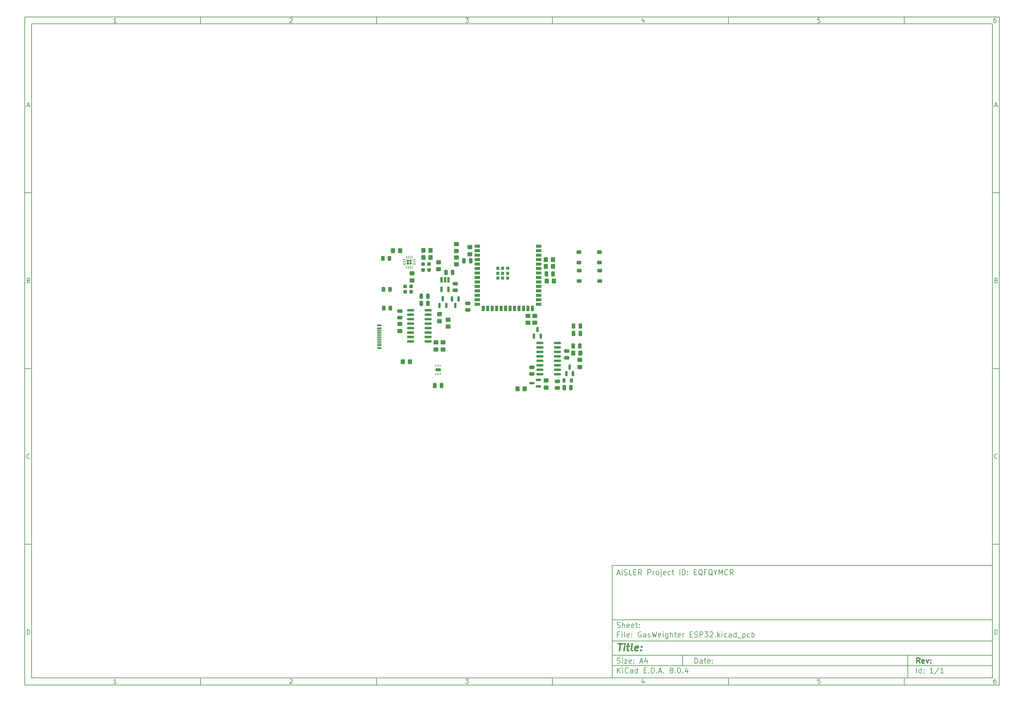
<source format=gbr>
%TF.GenerationSoftware,KiCad,Pcbnew,8.0.4*%
%TF.CreationDate,2024-08-29T22:36:47+02:00*%
%TF.ProjectId,GasWeighter ESP32,47617357-6569-4676-9874-657220455350,rev?*%
%TF.SameCoordinates,Original*%
%TF.FileFunction,Paste,Top*%
%TF.FilePolarity,Positive*%
%FSLAX46Y46*%
G04 Gerber Fmt 4.6, Leading zero omitted, Abs format (unit mm)*
G04 Created by KiCad (PCBNEW 8.0.4) date 2024-08-29 22:36:47*
%MOMM*%
%LPD*%
G01*
G04 APERTURE LIST*
G04 Aperture macros list*
%AMRoundRect*
0 Rectangle with rounded corners*
0 $1 Rounding radius*
0 $2 $3 $4 $5 $6 $7 $8 $9 X,Y pos of 4 corners*
0 Add a 4 corners polygon primitive as box body*
4,1,4,$2,$3,$4,$5,$6,$7,$8,$9,$2,$3,0*
0 Add four circle primitives for the rounded corners*
1,1,$1+$1,$2,$3*
1,1,$1+$1,$4,$5*
1,1,$1+$1,$6,$7*
1,1,$1+$1,$8,$9*
0 Add four rect primitives between the rounded corners*
20,1,$1+$1,$2,$3,$4,$5,0*
20,1,$1+$1,$4,$5,$6,$7,0*
20,1,$1+$1,$6,$7,$8,$9,0*
20,1,$1+$1,$8,$9,$2,$3,0*%
%AMFreePoly0*
4,1,6,0.450000,-0.800000,-0.450000,-0.800000,-0.450000,0.530000,-0.180000,0.800000,0.450000,0.800000,0.450000,-0.800000,0.450000,-0.800000,$1*%
G04 Aperture macros list end*
%ADD10C,0.100000*%
%ADD11C,0.150000*%
%ADD12C,0.300000*%
%ADD13C,0.400000*%
%ADD14RoundRect,0.250000X-0.250000X-0.475000X0.250000X-0.475000X0.250000X0.475000X-0.250000X0.475000X0*%
%ADD15RoundRect,0.237500X0.237500X-0.300000X0.237500X0.300000X-0.237500X0.300000X-0.237500X-0.300000X0*%
%ADD16RoundRect,0.250000X0.250000X0.475000X-0.250000X0.475000X-0.250000X-0.475000X0.250000X-0.475000X0*%
%ADD17RoundRect,0.250000X0.350000X0.450000X-0.350000X0.450000X-0.350000X-0.450000X0.350000X-0.450000X0*%
%ADD18RoundRect,0.150000X0.150000X-0.587500X0.150000X0.587500X-0.150000X0.587500X-0.150000X-0.587500X0*%
%ADD19RoundRect,0.250000X0.475000X-0.250000X0.475000X0.250000X-0.475000X0.250000X-0.475000X-0.250000X0*%
%ADD20RoundRect,0.150000X-0.150000X0.587500X-0.150000X-0.587500X0.150000X-0.587500X0.150000X0.587500X0*%
%ADD21RoundRect,0.150000X0.587500X0.150000X-0.587500X0.150000X-0.587500X-0.150000X0.587500X-0.150000X0*%
%ADD22RoundRect,0.250000X0.450000X-0.350000X0.450000X0.350000X-0.450000X0.350000X-0.450000X-0.350000X0*%
%ADD23FreePoly0,270.000000*%
%ADD24R,0.250000X0.550000*%
%ADD25RoundRect,0.150000X0.850000X0.150000X-0.850000X0.150000X-0.850000X-0.150000X0.850000X-0.150000X0*%
%ADD26RoundRect,0.243750X0.243750X0.456250X-0.243750X0.456250X-0.243750X-0.456250X0.243750X-0.456250X0*%
%ADD27RoundRect,0.250000X-0.450000X0.350000X-0.450000X-0.350000X0.450000X-0.350000X0.450000X0.350000X0*%
%ADD28RoundRect,0.275000X-0.400000X-0.275000X0.400000X-0.275000X0.400000X0.275000X-0.400000X0.275000X0*%
%ADD29RoundRect,0.250000X-0.350000X-0.450000X0.350000X-0.450000X0.350000X0.450000X-0.350000X0.450000X0*%
%ADD30RoundRect,0.160000X-0.160000X0.160000X-0.160000X-0.160000X0.160000X-0.160000X0.160000X0.160000X0*%
%ADD31RoundRect,0.062500X-0.062500X0.375000X-0.062500X-0.375000X0.062500X-0.375000X0.062500X0.375000X0*%
%ADD32RoundRect,0.062500X-0.375000X0.062500X-0.375000X-0.062500X0.375000X-0.062500X0.375000X0.062500X0*%
%ADD33RoundRect,0.150000X-0.825000X-0.150000X0.825000X-0.150000X0.825000X0.150000X-0.825000X0.150000X0*%
%ADD34RoundRect,0.237500X-0.300000X-0.237500X0.300000X-0.237500X0.300000X0.237500X-0.300000X0.237500X0*%
%ADD35R,1.160000X0.600000*%
%ADD36R,1.160000X0.300000*%
%ADD37R,0.900000X0.900000*%
%ADD38R,1.500000X0.900000*%
%ADD39R,0.900000X1.500000*%
%ADD40R,0.650000X1.560000*%
%ADD41RoundRect,0.250000X-0.475000X0.250000X-0.475000X-0.250000X0.475000X-0.250000X0.475000X0.250000X0*%
%ADD42RoundRect,0.218750X0.218750X0.381250X-0.218750X0.381250X-0.218750X-0.381250X0.218750X-0.381250X0*%
G04 APERTURE END LIST*
D10*
D11*
X177002200Y-166007200D02*
X285002200Y-166007200D01*
X285002200Y-198007200D01*
X177002200Y-198007200D01*
X177002200Y-166007200D01*
D10*
D11*
X10000000Y-10000000D02*
X287002200Y-10000000D01*
X287002200Y-200007200D01*
X10000000Y-200007200D01*
X10000000Y-10000000D01*
D10*
D11*
X12000000Y-12000000D02*
X285002200Y-12000000D01*
X285002200Y-198007200D01*
X12000000Y-198007200D01*
X12000000Y-12000000D01*
D10*
D11*
X60000000Y-12000000D02*
X60000000Y-10000000D01*
D10*
D11*
X110000000Y-12000000D02*
X110000000Y-10000000D01*
D10*
D11*
X160000000Y-12000000D02*
X160000000Y-10000000D01*
D10*
D11*
X210000000Y-12000000D02*
X210000000Y-10000000D01*
D10*
D11*
X260000000Y-12000000D02*
X260000000Y-10000000D01*
D10*
D11*
X36089160Y-11593604D02*
X35346303Y-11593604D01*
X35717731Y-11593604D02*
X35717731Y-10293604D01*
X35717731Y-10293604D02*
X35593922Y-10479319D01*
X35593922Y-10479319D02*
X35470112Y-10603128D01*
X35470112Y-10603128D02*
X35346303Y-10665033D01*
D10*
D11*
X85346303Y-10417414D02*
X85408207Y-10355509D01*
X85408207Y-10355509D02*
X85532017Y-10293604D01*
X85532017Y-10293604D02*
X85841541Y-10293604D01*
X85841541Y-10293604D02*
X85965350Y-10355509D01*
X85965350Y-10355509D02*
X86027255Y-10417414D01*
X86027255Y-10417414D02*
X86089160Y-10541223D01*
X86089160Y-10541223D02*
X86089160Y-10665033D01*
X86089160Y-10665033D02*
X86027255Y-10850747D01*
X86027255Y-10850747D02*
X85284398Y-11593604D01*
X85284398Y-11593604D02*
X86089160Y-11593604D01*
D10*
D11*
X135284398Y-10293604D02*
X136089160Y-10293604D01*
X136089160Y-10293604D02*
X135655826Y-10788842D01*
X135655826Y-10788842D02*
X135841541Y-10788842D01*
X135841541Y-10788842D02*
X135965350Y-10850747D01*
X135965350Y-10850747D02*
X136027255Y-10912652D01*
X136027255Y-10912652D02*
X136089160Y-11036461D01*
X136089160Y-11036461D02*
X136089160Y-11345985D01*
X136089160Y-11345985D02*
X136027255Y-11469795D01*
X136027255Y-11469795D02*
X135965350Y-11531700D01*
X135965350Y-11531700D02*
X135841541Y-11593604D01*
X135841541Y-11593604D02*
X135470112Y-11593604D01*
X135470112Y-11593604D02*
X135346303Y-11531700D01*
X135346303Y-11531700D02*
X135284398Y-11469795D01*
D10*
D11*
X185965350Y-10726938D02*
X185965350Y-11593604D01*
X185655826Y-10231700D02*
X185346303Y-11160271D01*
X185346303Y-11160271D02*
X186151064Y-11160271D01*
D10*
D11*
X236027255Y-10293604D02*
X235408207Y-10293604D01*
X235408207Y-10293604D02*
X235346303Y-10912652D01*
X235346303Y-10912652D02*
X235408207Y-10850747D01*
X235408207Y-10850747D02*
X235532017Y-10788842D01*
X235532017Y-10788842D02*
X235841541Y-10788842D01*
X235841541Y-10788842D02*
X235965350Y-10850747D01*
X235965350Y-10850747D02*
X236027255Y-10912652D01*
X236027255Y-10912652D02*
X236089160Y-11036461D01*
X236089160Y-11036461D02*
X236089160Y-11345985D01*
X236089160Y-11345985D02*
X236027255Y-11469795D01*
X236027255Y-11469795D02*
X235965350Y-11531700D01*
X235965350Y-11531700D02*
X235841541Y-11593604D01*
X235841541Y-11593604D02*
X235532017Y-11593604D01*
X235532017Y-11593604D02*
X235408207Y-11531700D01*
X235408207Y-11531700D02*
X235346303Y-11469795D01*
D10*
D11*
X285965350Y-10293604D02*
X285717731Y-10293604D01*
X285717731Y-10293604D02*
X285593922Y-10355509D01*
X285593922Y-10355509D02*
X285532017Y-10417414D01*
X285532017Y-10417414D02*
X285408207Y-10603128D01*
X285408207Y-10603128D02*
X285346303Y-10850747D01*
X285346303Y-10850747D02*
X285346303Y-11345985D01*
X285346303Y-11345985D02*
X285408207Y-11469795D01*
X285408207Y-11469795D02*
X285470112Y-11531700D01*
X285470112Y-11531700D02*
X285593922Y-11593604D01*
X285593922Y-11593604D02*
X285841541Y-11593604D01*
X285841541Y-11593604D02*
X285965350Y-11531700D01*
X285965350Y-11531700D02*
X286027255Y-11469795D01*
X286027255Y-11469795D02*
X286089160Y-11345985D01*
X286089160Y-11345985D02*
X286089160Y-11036461D01*
X286089160Y-11036461D02*
X286027255Y-10912652D01*
X286027255Y-10912652D02*
X285965350Y-10850747D01*
X285965350Y-10850747D02*
X285841541Y-10788842D01*
X285841541Y-10788842D02*
X285593922Y-10788842D01*
X285593922Y-10788842D02*
X285470112Y-10850747D01*
X285470112Y-10850747D02*
X285408207Y-10912652D01*
X285408207Y-10912652D02*
X285346303Y-11036461D01*
D10*
D11*
X60000000Y-198007200D02*
X60000000Y-200007200D01*
D10*
D11*
X110000000Y-198007200D02*
X110000000Y-200007200D01*
D10*
D11*
X160000000Y-198007200D02*
X160000000Y-200007200D01*
D10*
D11*
X210000000Y-198007200D02*
X210000000Y-200007200D01*
D10*
D11*
X260000000Y-198007200D02*
X260000000Y-200007200D01*
D10*
D11*
X36089160Y-199600804D02*
X35346303Y-199600804D01*
X35717731Y-199600804D02*
X35717731Y-198300804D01*
X35717731Y-198300804D02*
X35593922Y-198486519D01*
X35593922Y-198486519D02*
X35470112Y-198610328D01*
X35470112Y-198610328D02*
X35346303Y-198672233D01*
D10*
D11*
X85346303Y-198424614D02*
X85408207Y-198362709D01*
X85408207Y-198362709D02*
X85532017Y-198300804D01*
X85532017Y-198300804D02*
X85841541Y-198300804D01*
X85841541Y-198300804D02*
X85965350Y-198362709D01*
X85965350Y-198362709D02*
X86027255Y-198424614D01*
X86027255Y-198424614D02*
X86089160Y-198548423D01*
X86089160Y-198548423D02*
X86089160Y-198672233D01*
X86089160Y-198672233D02*
X86027255Y-198857947D01*
X86027255Y-198857947D02*
X85284398Y-199600804D01*
X85284398Y-199600804D02*
X86089160Y-199600804D01*
D10*
D11*
X135284398Y-198300804D02*
X136089160Y-198300804D01*
X136089160Y-198300804D02*
X135655826Y-198796042D01*
X135655826Y-198796042D02*
X135841541Y-198796042D01*
X135841541Y-198796042D02*
X135965350Y-198857947D01*
X135965350Y-198857947D02*
X136027255Y-198919852D01*
X136027255Y-198919852D02*
X136089160Y-199043661D01*
X136089160Y-199043661D02*
X136089160Y-199353185D01*
X136089160Y-199353185D02*
X136027255Y-199476995D01*
X136027255Y-199476995D02*
X135965350Y-199538900D01*
X135965350Y-199538900D02*
X135841541Y-199600804D01*
X135841541Y-199600804D02*
X135470112Y-199600804D01*
X135470112Y-199600804D02*
X135346303Y-199538900D01*
X135346303Y-199538900D02*
X135284398Y-199476995D01*
D10*
D11*
X185965350Y-198734138D02*
X185965350Y-199600804D01*
X185655826Y-198238900D02*
X185346303Y-199167471D01*
X185346303Y-199167471D02*
X186151064Y-199167471D01*
D10*
D11*
X236027255Y-198300804D02*
X235408207Y-198300804D01*
X235408207Y-198300804D02*
X235346303Y-198919852D01*
X235346303Y-198919852D02*
X235408207Y-198857947D01*
X235408207Y-198857947D02*
X235532017Y-198796042D01*
X235532017Y-198796042D02*
X235841541Y-198796042D01*
X235841541Y-198796042D02*
X235965350Y-198857947D01*
X235965350Y-198857947D02*
X236027255Y-198919852D01*
X236027255Y-198919852D02*
X236089160Y-199043661D01*
X236089160Y-199043661D02*
X236089160Y-199353185D01*
X236089160Y-199353185D02*
X236027255Y-199476995D01*
X236027255Y-199476995D02*
X235965350Y-199538900D01*
X235965350Y-199538900D02*
X235841541Y-199600804D01*
X235841541Y-199600804D02*
X235532017Y-199600804D01*
X235532017Y-199600804D02*
X235408207Y-199538900D01*
X235408207Y-199538900D02*
X235346303Y-199476995D01*
D10*
D11*
X285965350Y-198300804D02*
X285717731Y-198300804D01*
X285717731Y-198300804D02*
X285593922Y-198362709D01*
X285593922Y-198362709D02*
X285532017Y-198424614D01*
X285532017Y-198424614D02*
X285408207Y-198610328D01*
X285408207Y-198610328D02*
X285346303Y-198857947D01*
X285346303Y-198857947D02*
X285346303Y-199353185D01*
X285346303Y-199353185D02*
X285408207Y-199476995D01*
X285408207Y-199476995D02*
X285470112Y-199538900D01*
X285470112Y-199538900D02*
X285593922Y-199600804D01*
X285593922Y-199600804D02*
X285841541Y-199600804D01*
X285841541Y-199600804D02*
X285965350Y-199538900D01*
X285965350Y-199538900D02*
X286027255Y-199476995D01*
X286027255Y-199476995D02*
X286089160Y-199353185D01*
X286089160Y-199353185D02*
X286089160Y-199043661D01*
X286089160Y-199043661D02*
X286027255Y-198919852D01*
X286027255Y-198919852D02*
X285965350Y-198857947D01*
X285965350Y-198857947D02*
X285841541Y-198796042D01*
X285841541Y-198796042D02*
X285593922Y-198796042D01*
X285593922Y-198796042D02*
X285470112Y-198857947D01*
X285470112Y-198857947D02*
X285408207Y-198919852D01*
X285408207Y-198919852D02*
X285346303Y-199043661D01*
D10*
D11*
X10000000Y-60000000D02*
X12000000Y-60000000D01*
D10*
D11*
X10000000Y-110000000D02*
X12000000Y-110000000D01*
D10*
D11*
X10000000Y-160000000D02*
X12000000Y-160000000D01*
D10*
D11*
X10690476Y-35222176D02*
X11309523Y-35222176D01*
X10566666Y-35593604D02*
X10999999Y-34293604D01*
X10999999Y-34293604D02*
X11433333Y-35593604D01*
D10*
D11*
X11092857Y-84912652D02*
X11278571Y-84974557D01*
X11278571Y-84974557D02*
X11340476Y-85036461D01*
X11340476Y-85036461D02*
X11402380Y-85160271D01*
X11402380Y-85160271D02*
X11402380Y-85345985D01*
X11402380Y-85345985D02*
X11340476Y-85469795D01*
X11340476Y-85469795D02*
X11278571Y-85531700D01*
X11278571Y-85531700D02*
X11154761Y-85593604D01*
X11154761Y-85593604D02*
X10659523Y-85593604D01*
X10659523Y-85593604D02*
X10659523Y-84293604D01*
X10659523Y-84293604D02*
X11092857Y-84293604D01*
X11092857Y-84293604D02*
X11216666Y-84355509D01*
X11216666Y-84355509D02*
X11278571Y-84417414D01*
X11278571Y-84417414D02*
X11340476Y-84541223D01*
X11340476Y-84541223D02*
X11340476Y-84665033D01*
X11340476Y-84665033D02*
X11278571Y-84788842D01*
X11278571Y-84788842D02*
X11216666Y-84850747D01*
X11216666Y-84850747D02*
X11092857Y-84912652D01*
X11092857Y-84912652D02*
X10659523Y-84912652D01*
D10*
D11*
X11402380Y-135469795D02*
X11340476Y-135531700D01*
X11340476Y-135531700D02*
X11154761Y-135593604D01*
X11154761Y-135593604D02*
X11030952Y-135593604D01*
X11030952Y-135593604D02*
X10845238Y-135531700D01*
X10845238Y-135531700D02*
X10721428Y-135407890D01*
X10721428Y-135407890D02*
X10659523Y-135284080D01*
X10659523Y-135284080D02*
X10597619Y-135036461D01*
X10597619Y-135036461D02*
X10597619Y-134850747D01*
X10597619Y-134850747D02*
X10659523Y-134603128D01*
X10659523Y-134603128D02*
X10721428Y-134479319D01*
X10721428Y-134479319D02*
X10845238Y-134355509D01*
X10845238Y-134355509D02*
X11030952Y-134293604D01*
X11030952Y-134293604D02*
X11154761Y-134293604D01*
X11154761Y-134293604D02*
X11340476Y-134355509D01*
X11340476Y-134355509D02*
X11402380Y-134417414D01*
D10*
D11*
X10659523Y-185593604D02*
X10659523Y-184293604D01*
X10659523Y-184293604D02*
X10969047Y-184293604D01*
X10969047Y-184293604D02*
X11154761Y-184355509D01*
X11154761Y-184355509D02*
X11278571Y-184479319D01*
X11278571Y-184479319D02*
X11340476Y-184603128D01*
X11340476Y-184603128D02*
X11402380Y-184850747D01*
X11402380Y-184850747D02*
X11402380Y-185036461D01*
X11402380Y-185036461D02*
X11340476Y-185284080D01*
X11340476Y-185284080D02*
X11278571Y-185407890D01*
X11278571Y-185407890D02*
X11154761Y-185531700D01*
X11154761Y-185531700D02*
X10969047Y-185593604D01*
X10969047Y-185593604D02*
X10659523Y-185593604D01*
D10*
D11*
X287002200Y-60000000D02*
X285002200Y-60000000D01*
D10*
D11*
X287002200Y-110000000D02*
X285002200Y-110000000D01*
D10*
D11*
X287002200Y-160000000D02*
X285002200Y-160000000D01*
D10*
D11*
X285692676Y-35222176D02*
X286311723Y-35222176D01*
X285568866Y-35593604D02*
X286002199Y-34293604D01*
X286002199Y-34293604D02*
X286435533Y-35593604D01*
D10*
D11*
X286095057Y-84912652D02*
X286280771Y-84974557D01*
X286280771Y-84974557D02*
X286342676Y-85036461D01*
X286342676Y-85036461D02*
X286404580Y-85160271D01*
X286404580Y-85160271D02*
X286404580Y-85345985D01*
X286404580Y-85345985D02*
X286342676Y-85469795D01*
X286342676Y-85469795D02*
X286280771Y-85531700D01*
X286280771Y-85531700D02*
X286156961Y-85593604D01*
X286156961Y-85593604D02*
X285661723Y-85593604D01*
X285661723Y-85593604D02*
X285661723Y-84293604D01*
X285661723Y-84293604D02*
X286095057Y-84293604D01*
X286095057Y-84293604D02*
X286218866Y-84355509D01*
X286218866Y-84355509D02*
X286280771Y-84417414D01*
X286280771Y-84417414D02*
X286342676Y-84541223D01*
X286342676Y-84541223D02*
X286342676Y-84665033D01*
X286342676Y-84665033D02*
X286280771Y-84788842D01*
X286280771Y-84788842D02*
X286218866Y-84850747D01*
X286218866Y-84850747D02*
X286095057Y-84912652D01*
X286095057Y-84912652D02*
X285661723Y-84912652D01*
D10*
D11*
X286404580Y-135469795D02*
X286342676Y-135531700D01*
X286342676Y-135531700D02*
X286156961Y-135593604D01*
X286156961Y-135593604D02*
X286033152Y-135593604D01*
X286033152Y-135593604D02*
X285847438Y-135531700D01*
X285847438Y-135531700D02*
X285723628Y-135407890D01*
X285723628Y-135407890D02*
X285661723Y-135284080D01*
X285661723Y-135284080D02*
X285599819Y-135036461D01*
X285599819Y-135036461D02*
X285599819Y-134850747D01*
X285599819Y-134850747D02*
X285661723Y-134603128D01*
X285661723Y-134603128D02*
X285723628Y-134479319D01*
X285723628Y-134479319D02*
X285847438Y-134355509D01*
X285847438Y-134355509D02*
X286033152Y-134293604D01*
X286033152Y-134293604D02*
X286156961Y-134293604D01*
X286156961Y-134293604D02*
X286342676Y-134355509D01*
X286342676Y-134355509D02*
X286404580Y-134417414D01*
D10*
D11*
X285661723Y-185593604D02*
X285661723Y-184293604D01*
X285661723Y-184293604D02*
X285971247Y-184293604D01*
X285971247Y-184293604D02*
X286156961Y-184355509D01*
X286156961Y-184355509D02*
X286280771Y-184479319D01*
X286280771Y-184479319D02*
X286342676Y-184603128D01*
X286342676Y-184603128D02*
X286404580Y-184850747D01*
X286404580Y-184850747D02*
X286404580Y-185036461D01*
X286404580Y-185036461D02*
X286342676Y-185284080D01*
X286342676Y-185284080D02*
X286280771Y-185407890D01*
X286280771Y-185407890D02*
X286156961Y-185531700D01*
X286156961Y-185531700D02*
X285971247Y-185593604D01*
X285971247Y-185593604D02*
X285661723Y-185593604D01*
D10*
D11*
X200458026Y-193793328D02*
X200458026Y-192293328D01*
X200458026Y-192293328D02*
X200815169Y-192293328D01*
X200815169Y-192293328D02*
X201029455Y-192364757D01*
X201029455Y-192364757D02*
X201172312Y-192507614D01*
X201172312Y-192507614D02*
X201243741Y-192650471D01*
X201243741Y-192650471D02*
X201315169Y-192936185D01*
X201315169Y-192936185D02*
X201315169Y-193150471D01*
X201315169Y-193150471D02*
X201243741Y-193436185D01*
X201243741Y-193436185D02*
X201172312Y-193579042D01*
X201172312Y-193579042D02*
X201029455Y-193721900D01*
X201029455Y-193721900D02*
X200815169Y-193793328D01*
X200815169Y-193793328D02*
X200458026Y-193793328D01*
X202600884Y-193793328D02*
X202600884Y-193007614D01*
X202600884Y-193007614D02*
X202529455Y-192864757D01*
X202529455Y-192864757D02*
X202386598Y-192793328D01*
X202386598Y-192793328D02*
X202100884Y-192793328D01*
X202100884Y-192793328D02*
X201958026Y-192864757D01*
X202600884Y-193721900D02*
X202458026Y-193793328D01*
X202458026Y-193793328D02*
X202100884Y-193793328D01*
X202100884Y-193793328D02*
X201958026Y-193721900D01*
X201958026Y-193721900D02*
X201886598Y-193579042D01*
X201886598Y-193579042D02*
X201886598Y-193436185D01*
X201886598Y-193436185D02*
X201958026Y-193293328D01*
X201958026Y-193293328D02*
X202100884Y-193221900D01*
X202100884Y-193221900D02*
X202458026Y-193221900D01*
X202458026Y-193221900D02*
X202600884Y-193150471D01*
X203100884Y-192793328D02*
X203672312Y-192793328D01*
X203315169Y-192293328D02*
X203315169Y-193579042D01*
X203315169Y-193579042D02*
X203386598Y-193721900D01*
X203386598Y-193721900D02*
X203529455Y-193793328D01*
X203529455Y-193793328D02*
X203672312Y-193793328D01*
X204743741Y-193721900D02*
X204600884Y-193793328D01*
X204600884Y-193793328D02*
X204315170Y-193793328D01*
X204315170Y-193793328D02*
X204172312Y-193721900D01*
X204172312Y-193721900D02*
X204100884Y-193579042D01*
X204100884Y-193579042D02*
X204100884Y-193007614D01*
X204100884Y-193007614D02*
X204172312Y-192864757D01*
X204172312Y-192864757D02*
X204315170Y-192793328D01*
X204315170Y-192793328D02*
X204600884Y-192793328D01*
X204600884Y-192793328D02*
X204743741Y-192864757D01*
X204743741Y-192864757D02*
X204815170Y-193007614D01*
X204815170Y-193007614D02*
X204815170Y-193150471D01*
X204815170Y-193150471D02*
X204100884Y-193293328D01*
X205458026Y-193650471D02*
X205529455Y-193721900D01*
X205529455Y-193721900D02*
X205458026Y-193793328D01*
X205458026Y-193793328D02*
X205386598Y-193721900D01*
X205386598Y-193721900D02*
X205458026Y-193650471D01*
X205458026Y-193650471D02*
X205458026Y-193793328D01*
X205458026Y-192864757D02*
X205529455Y-192936185D01*
X205529455Y-192936185D02*
X205458026Y-193007614D01*
X205458026Y-193007614D02*
X205386598Y-192936185D01*
X205386598Y-192936185D02*
X205458026Y-192864757D01*
X205458026Y-192864757D02*
X205458026Y-193007614D01*
D10*
D11*
X177002200Y-194507200D02*
X285002200Y-194507200D01*
D10*
D11*
X178458026Y-196593328D02*
X178458026Y-195093328D01*
X179315169Y-196593328D02*
X178672312Y-195736185D01*
X179315169Y-195093328D02*
X178458026Y-195950471D01*
X179958026Y-196593328D02*
X179958026Y-195593328D01*
X179958026Y-195093328D02*
X179886598Y-195164757D01*
X179886598Y-195164757D02*
X179958026Y-195236185D01*
X179958026Y-195236185D02*
X180029455Y-195164757D01*
X180029455Y-195164757D02*
X179958026Y-195093328D01*
X179958026Y-195093328D02*
X179958026Y-195236185D01*
X181529455Y-196450471D02*
X181458027Y-196521900D01*
X181458027Y-196521900D02*
X181243741Y-196593328D01*
X181243741Y-196593328D02*
X181100884Y-196593328D01*
X181100884Y-196593328D02*
X180886598Y-196521900D01*
X180886598Y-196521900D02*
X180743741Y-196379042D01*
X180743741Y-196379042D02*
X180672312Y-196236185D01*
X180672312Y-196236185D02*
X180600884Y-195950471D01*
X180600884Y-195950471D02*
X180600884Y-195736185D01*
X180600884Y-195736185D02*
X180672312Y-195450471D01*
X180672312Y-195450471D02*
X180743741Y-195307614D01*
X180743741Y-195307614D02*
X180886598Y-195164757D01*
X180886598Y-195164757D02*
X181100884Y-195093328D01*
X181100884Y-195093328D02*
X181243741Y-195093328D01*
X181243741Y-195093328D02*
X181458027Y-195164757D01*
X181458027Y-195164757D02*
X181529455Y-195236185D01*
X182815170Y-196593328D02*
X182815170Y-195807614D01*
X182815170Y-195807614D02*
X182743741Y-195664757D01*
X182743741Y-195664757D02*
X182600884Y-195593328D01*
X182600884Y-195593328D02*
X182315170Y-195593328D01*
X182315170Y-195593328D02*
X182172312Y-195664757D01*
X182815170Y-196521900D02*
X182672312Y-196593328D01*
X182672312Y-196593328D02*
X182315170Y-196593328D01*
X182315170Y-196593328D02*
X182172312Y-196521900D01*
X182172312Y-196521900D02*
X182100884Y-196379042D01*
X182100884Y-196379042D02*
X182100884Y-196236185D01*
X182100884Y-196236185D02*
X182172312Y-196093328D01*
X182172312Y-196093328D02*
X182315170Y-196021900D01*
X182315170Y-196021900D02*
X182672312Y-196021900D01*
X182672312Y-196021900D02*
X182815170Y-195950471D01*
X184172313Y-196593328D02*
X184172313Y-195093328D01*
X184172313Y-196521900D02*
X184029455Y-196593328D01*
X184029455Y-196593328D02*
X183743741Y-196593328D01*
X183743741Y-196593328D02*
X183600884Y-196521900D01*
X183600884Y-196521900D02*
X183529455Y-196450471D01*
X183529455Y-196450471D02*
X183458027Y-196307614D01*
X183458027Y-196307614D02*
X183458027Y-195879042D01*
X183458027Y-195879042D02*
X183529455Y-195736185D01*
X183529455Y-195736185D02*
X183600884Y-195664757D01*
X183600884Y-195664757D02*
X183743741Y-195593328D01*
X183743741Y-195593328D02*
X184029455Y-195593328D01*
X184029455Y-195593328D02*
X184172313Y-195664757D01*
X186029455Y-195807614D02*
X186529455Y-195807614D01*
X186743741Y-196593328D02*
X186029455Y-196593328D01*
X186029455Y-196593328D02*
X186029455Y-195093328D01*
X186029455Y-195093328D02*
X186743741Y-195093328D01*
X187386598Y-196450471D02*
X187458027Y-196521900D01*
X187458027Y-196521900D02*
X187386598Y-196593328D01*
X187386598Y-196593328D02*
X187315170Y-196521900D01*
X187315170Y-196521900D02*
X187386598Y-196450471D01*
X187386598Y-196450471D02*
X187386598Y-196593328D01*
X188100884Y-196593328D02*
X188100884Y-195093328D01*
X188100884Y-195093328D02*
X188458027Y-195093328D01*
X188458027Y-195093328D02*
X188672313Y-195164757D01*
X188672313Y-195164757D02*
X188815170Y-195307614D01*
X188815170Y-195307614D02*
X188886599Y-195450471D01*
X188886599Y-195450471D02*
X188958027Y-195736185D01*
X188958027Y-195736185D02*
X188958027Y-195950471D01*
X188958027Y-195950471D02*
X188886599Y-196236185D01*
X188886599Y-196236185D02*
X188815170Y-196379042D01*
X188815170Y-196379042D02*
X188672313Y-196521900D01*
X188672313Y-196521900D02*
X188458027Y-196593328D01*
X188458027Y-196593328D02*
X188100884Y-196593328D01*
X189600884Y-196450471D02*
X189672313Y-196521900D01*
X189672313Y-196521900D02*
X189600884Y-196593328D01*
X189600884Y-196593328D02*
X189529456Y-196521900D01*
X189529456Y-196521900D02*
X189600884Y-196450471D01*
X189600884Y-196450471D02*
X189600884Y-196593328D01*
X190243742Y-196164757D02*
X190958028Y-196164757D01*
X190100885Y-196593328D02*
X190600885Y-195093328D01*
X190600885Y-195093328D02*
X191100885Y-196593328D01*
X191600884Y-196450471D02*
X191672313Y-196521900D01*
X191672313Y-196521900D02*
X191600884Y-196593328D01*
X191600884Y-196593328D02*
X191529456Y-196521900D01*
X191529456Y-196521900D02*
X191600884Y-196450471D01*
X191600884Y-196450471D02*
X191600884Y-196593328D01*
X193672313Y-195736185D02*
X193529456Y-195664757D01*
X193529456Y-195664757D02*
X193458027Y-195593328D01*
X193458027Y-195593328D02*
X193386599Y-195450471D01*
X193386599Y-195450471D02*
X193386599Y-195379042D01*
X193386599Y-195379042D02*
X193458027Y-195236185D01*
X193458027Y-195236185D02*
X193529456Y-195164757D01*
X193529456Y-195164757D02*
X193672313Y-195093328D01*
X193672313Y-195093328D02*
X193958027Y-195093328D01*
X193958027Y-195093328D02*
X194100885Y-195164757D01*
X194100885Y-195164757D02*
X194172313Y-195236185D01*
X194172313Y-195236185D02*
X194243742Y-195379042D01*
X194243742Y-195379042D02*
X194243742Y-195450471D01*
X194243742Y-195450471D02*
X194172313Y-195593328D01*
X194172313Y-195593328D02*
X194100885Y-195664757D01*
X194100885Y-195664757D02*
X193958027Y-195736185D01*
X193958027Y-195736185D02*
X193672313Y-195736185D01*
X193672313Y-195736185D02*
X193529456Y-195807614D01*
X193529456Y-195807614D02*
X193458027Y-195879042D01*
X193458027Y-195879042D02*
X193386599Y-196021900D01*
X193386599Y-196021900D02*
X193386599Y-196307614D01*
X193386599Y-196307614D02*
X193458027Y-196450471D01*
X193458027Y-196450471D02*
X193529456Y-196521900D01*
X193529456Y-196521900D02*
X193672313Y-196593328D01*
X193672313Y-196593328D02*
X193958027Y-196593328D01*
X193958027Y-196593328D02*
X194100885Y-196521900D01*
X194100885Y-196521900D02*
X194172313Y-196450471D01*
X194172313Y-196450471D02*
X194243742Y-196307614D01*
X194243742Y-196307614D02*
X194243742Y-196021900D01*
X194243742Y-196021900D02*
X194172313Y-195879042D01*
X194172313Y-195879042D02*
X194100885Y-195807614D01*
X194100885Y-195807614D02*
X193958027Y-195736185D01*
X194886598Y-196450471D02*
X194958027Y-196521900D01*
X194958027Y-196521900D02*
X194886598Y-196593328D01*
X194886598Y-196593328D02*
X194815170Y-196521900D01*
X194815170Y-196521900D02*
X194886598Y-196450471D01*
X194886598Y-196450471D02*
X194886598Y-196593328D01*
X195886599Y-195093328D02*
X196029456Y-195093328D01*
X196029456Y-195093328D02*
X196172313Y-195164757D01*
X196172313Y-195164757D02*
X196243742Y-195236185D01*
X196243742Y-195236185D02*
X196315170Y-195379042D01*
X196315170Y-195379042D02*
X196386599Y-195664757D01*
X196386599Y-195664757D02*
X196386599Y-196021900D01*
X196386599Y-196021900D02*
X196315170Y-196307614D01*
X196315170Y-196307614D02*
X196243742Y-196450471D01*
X196243742Y-196450471D02*
X196172313Y-196521900D01*
X196172313Y-196521900D02*
X196029456Y-196593328D01*
X196029456Y-196593328D02*
X195886599Y-196593328D01*
X195886599Y-196593328D02*
X195743742Y-196521900D01*
X195743742Y-196521900D02*
X195672313Y-196450471D01*
X195672313Y-196450471D02*
X195600884Y-196307614D01*
X195600884Y-196307614D02*
X195529456Y-196021900D01*
X195529456Y-196021900D02*
X195529456Y-195664757D01*
X195529456Y-195664757D02*
X195600884Y-195379042D01*
X195600884Y-195379042D02*
X195672313Y-195236185D01*
X195672313Y-195236185D02*
X195743742Y-195164757D01*
X195743742Y-195164757D02*
X195886599Y-195093328D01*
X197029455Y-196450471D02*
X197100884Y-196521900D01*
X197100884Y-196521900D02*
X197029455Y-196593328D01*
X197029455Y-196593328D02*
X196958027Y-196521900D01*
X196958027Y-196521900D02*
X197029455Y-196450471D01*
X197029455Y-196450471D02*
X197029455Y-196593328D01*
X198386599Y-195593328D02*
X198386599Y-196593328D01*
X198029456Y-195021900D02*
X197672313Y-196093328D01*
X197672313Y-196093328D02*
X198600884Y-196093328D01*
D10*
D11*
X177002200Y-191507200D02*
X285002200Y-191507200D01*
D10*
D12*
X264413853Y-193785528D02*
X263913853Y-193071242D01*
X263556710Y-193785528D02*
X263556710Y-192285528D01*
X263556710Y-192285528D02*
X264128139Y-192285528D01*
X264128139Y-192285528D02*
X264270996Y-192356957D01*
X264270996Y-192356957D02*
X264342425Y-192428385D01*
X264342425Y-192428385D02*
X264413853Y-192571242D01*
X264413853Y-192571242D02*
X264413853Y-192785528D01*
X264413853Y-192785528D02*
X264342425Y-192928385D01*
X264342425Y-192928385D02*
X264270996Y-192999814D01*
X264270996Y-192999814D02*
X264128139Y-193071242D01*
X264128139Y-193071242D02*
X263556710Y-193071242D01*
X265628139Y-193714100D02*
X265485282Y-193785528D01*
X265485282Y-193785528D02*
X265199568Y-193785528D01*
X265199568Y-193785528D02*
X265056710Y-193714100D01*
X265056710Y-193714100D02*
X264985282Y-193571242D01*
X264985282Y-193571242D02*
X264985282Y-192999814D01*
X264985282Y-192999814D02*
X265056710Y-192856957D01*
X265056710Y-192856957D02*
X265199568Y-192785528D01*
X265199568Y-192785528D02*
X265485282Y-192785528D01*
X265485282Y-192785528D02*
X265628139Y-192856957D01*
X265628139Y-192856957D02*
X265699568Y-192999814D01*
X265699568Y-192999814D02*
X265699568Y-193142671D01*
X265699568Y-193142671D02*
X264985282Y-193285528D01*
X266199567Y-192785528D02*
X266556710Y-193785528D01*
X266556710Y-193785528D02*
X266913853Y-192785528D01*
X267485281Y-193642671D02*
X267556710Y-193714100D01*
X267556710Y-193714100D02*
X267485281Y-193785528D01*
X267485281Y-193785528D02*
X267413853Y-193714100D01*
X267413853Y-193714100D02*
X267485281Y-193642671D01*
X267485281Y-193642671D02*
X267485281Y-193785528D01*
X267485281Y-192856957D02*
X267556710Y-192928385D01*
X267556710Y-192928385D02*
X267485281Y-192999814D01*
X267485281Y-192999814D02*
X267413853Y-192928385D01*
X267413853Y-192928385D02*
X267485281Y-192856957D01*
X267485281Y-192856957D02*
X267485281Y-192999814D01*
D10*
D11*
X178386598Y-193721900D02*
X178600884Y-193793328D01*
X178600884Y-193793328D02*
X178958026Y-193793328D01*
X178958026Y-193793328D02*
X179100884Y-193721900D01*
X179100884Y-193721900D02*
X179172312Y-193650471D01*
X179172312Y-193650471D02*
X179243741Y-193507614D01*
X179243741Y-193507614D02*
X179243741Y-193364757D01*
X179243741Y-193364757D02*
X179172312Y-193221900D01*
X179172312Y-193221900D02*
X179100884Y-193150471D01*
X179100884Y-193150471D02*
X178958026Y-193079042D01*
X178958026Y-193079042D02*
X178672312Y-193007614D01*
X178672312Y-193007614D02*
X178529455Y-192936185D01*
X178529455Y-192936185D02*
X178458026Y-192864757D01*
X178458026Y-192864757D02*
X178386598Y-192721900D01*
X178386598Y-192721900D02*
X178386598Y-192579042D01*
X178386598Y-192579042D02*
X178458026Y-192436185D01*
X178458026Y-192436185D02*
X178529455Y-192364757D01*
X178529455Y-192364757D02*
X178672312Y-192293328D01*
X178672312Y-192293328D02*
X179029455Y-192293328D01*
X179029455Y-192293328D02*
X179243741Y-192364757D01*
X179886597Y-193793328D02*
X179886597Y-192793328D01*
X179886597Y-192293328D02*
X179815169Y-192364757D01*
X179815169Y-192364757D02*
X179886597Y-192436185D01*
X179886597Y-192436185D02*
X179958026Y-192364757D01*
X179958026Y-192364757D02*
X179886597Y-192293328D01*
X179886597Y-192293328D02*
X179886597Y-192436185D01*
X180458026Y-192793328D02*
X181243741Y-192793328D01*
X181243741Y-192793328D02*
X180458026Y-193793328D01*
X180458026Y-193793328D02*
X181243741Y-193793328D01*
X182386598Y-193721900D02*
X182243741Y-193793328D01*
X182243741Y-193793328D02*
X181958027Y-193793328D01*
X181958027Y-193793328D02*
X181815169Y-193721900D01*
X181815169Y-193721900D02*
X181743741Y-193579042D01*
X181743741Y-193579042D02*
X181743741Y-193007614D01*
X181743741Y-193007614D02*
X181815169Y-192864757D01*
X181815169Y-192864757D02*
X181958027Y-192793328D01*
X181958027Y-192793328D02*
X182243741Y-192793328D01*
X182243741Y-192793328D02*
X182386598Y-192864757D01*
X182386598Y-192864757D02*
X182458027Y-193007614D01*
X182458027Y-193007614D02*
X182458027Y-193150471D01*
X182458027Y-193150471D02*
X181743741Y-193293328D01*
X183100883Y-193650471D02*
X183172312Y-193721900D01*
X183172312Y-193721900D02*
X183100883Y-193793328D01*
X183100883Y-193793328D02*
X183029455Y-193721900D01*
X183029455Y-193721900D02*
X183100883Y-193650471D01*
X183100883Y-193650471D02*
X183100883Y-193793328D01*
X183100883Y-192864757D02*
X183172312Y-192936185D01*
X183172312Y-192936185D02*
X183100883Y-193007614D01*
X183100883Y-193007614D02*
X183029455Y-192936185D01*
X183029455Y-192936185D02*
X183100883Y-192864757D01*
X183100883Y-192864757D02*
X183100883Y-193007614D01*
X184886598Y-193364757D02*
X185600884Y-193364757D01*
X184743741Y-193793328D02*
X185243741Y-192293328D01*
X185243741Y-192293328D02*
X185743741Y-193793328D01*
X186886598Y-192793328D02*
X186886598Y-193793328D01*
X186529455Y-192221900D02*
X186172312Y-193293328D01*
X186172312Y-193293328D02*
X187100883Y-193293328D01*
D10*
D11*
X263458026Y-196593328D02*
X263458026Y-195093328D01*
X264815170Y-196593328D02*
X264815170Y-195093328D01*
X264815170Y-196521900D02*
X264672312Y-196593328D01*
X264672312Y-196593328D02*
X264386598Y-196593328D01*
X264386598Y-196593328D02*
X264243741Y-196521900D01*
X264243741Y-196521900D02*
X264172312Y-196450471D01*
X264172312Y-196450471D02*
X264100884Y-196307614D01*
X264100884Y-196307614D02*
X264100884Y-195879042D01*
X264100884Y-195879042D02*
X264172312Y-195736185D01*
X264172312Y-195736185D02*
X264243741Y-195664757D01*
X264243741Y-195664757D02*
X264386598Y-195593328D01*
X264386598Y-195593328D02*
X264672312Y-195593328D01*
X264672312Y-195593328D02*
X264815170Y-195664757D01*
X265529455Y-196450471D02*
X265600884Y-196521900D01*
X265600884Y-196521900D02*
X265529455Y-196593328D01*
X265529455Y-196593328D02*
X265458027Y-196521900D01*
X265458027Y-196521900D02*
X265529455Y-196450471D01*
X265529455Y-196450471D02*
X265529455Y-196593328D01*
X265529455Y-195664757D02*
X265600884Y-195736185D01*
X265600884Y-195736185D02*
X265529455Y-195807614D01*
X265529455Y-195807614D02*
X265458027Y-195736185D01*
X265458027Y-195736185D02*
X265529455Y-195664757D01*
X265529455Y-195664757D02*
X265529455Y-195807614D01*
X268172313Y-196593328D02*
X267315170Y-196593328D01*
X267743741Y-196593328D02*
X267743741Y-195093328D01*
X267743741Y-195093328D02*
X267600884Y-195307614D01*
X267600884Y-195307614D02*
X267458027Y-195450471D01*
X267458027Y-195450471D02*
X267315170Y-195521900D01*
X269886598Y-195021900D02*
X268600884Y-196950471D01*
X271172313Y-196593328D02*
X270315170Y-196593328D01*
X270743741Y-196593328D02*
X270743741Y-195093328D01*
X270743741Y-195093328D02*
X270600884Y-195307614D01*
X270600884Y-195307614D02*
X270458027Y-195450471D01*
X270458027Y-195450471D02*
X270315170Y-195521900D01*
D10*
D11*
X177002200Y-187507200D02*
X285002200Y-187507200D01*
D10*
D13*
X178693928Y-188211638D02*
X179836785Y-188211638D01*
X179015357Y-190211638D02*
X179265357Y-188211638D01*
X180253452Y-190211638D02*
X180420119Y-188878304D01*
X180503452Y-188211638D02*
X180396309Y-188306876D01*
X180396309Y-188306876D02*
X180479643Y-188402114D01*
X180479643Y-188402114D02*
X180586786Y-188306876D01*
X180586786Y-188306876D02*
X180503452Y-188211638D01*
X180503452Y-188211638D02*
X180479643Y-188402114D01*
X181086786Y-188878304D02*
X181848690Y-188878304D01*
X181455833Y-188211638D02*
X181241548Y-189925923D01*
X181241548Y-189925923D02*
X181312976Y-190116400D01*
X181312976Y-190116400D02*
X181491548Y-190211638D01*
X181491548Y-190211638D02*
X181682024Y-190211638D01*
X182634405Y-190211638D02*
X182455833Y-190116400D01*
X182455833Y-190116400D02*
X182384405Y-189925923D01*
X182384405Y-189925923D02*
X182598690Y-188211638D01*
X184170119Y-190116400D02*
X183967738Y-190211638D01*
X183967738Y-190211638D02*
X183586785Y-190211638D01*
X183586785Y-190211638D02*
X183408214Y-190116400D01*
X183408214Y-190116400D02*
X183336785Y-189925923D01*
X183336785Y-189925923D02*
X183432024Y-189164019D01*
X183432024Y-189164019D02*
X183551071Y-188973542D01*
X183551071Y-188973542D02*
X183753452Y-188878304D01*
X183753452Y-188878304D02*
X184134404Y-188878304D01*
X184134404Y-188878304D02*
X184312976Y-188973542D01*
X184312976Y-188973542D02*
X184384404Y-189164019D01*
X184384404Y-189164019D02*
X184360595Y-189354495D01*
X184360595Y-189354495D02*
X183384404Y-189544971D01*
X185134405Y-190021161D02*
X185217738Y-190116400D01*
X185217738Y-190116400D02*
X185110595Y-190211638D01*
X185110595Y-190211638D02*
X185027262Y-190116400D01*
X185027262Y-190116400D02*
X185134405Y-190021161D01*
X185134405Y-190021161D02*
X185110595Y-190211638D01*
X185265357Y-188973542D02*
X185348690Y-189068780D01*
X185348690Y-189068780D02*
X185241548Y-189164019D01*
X185241548Y-189164019D02*
X185158214Y-189068780D01*
X185158214Y-189068780D02*
X185265357Y-188973542D01*
X185265357Y-188973542D02*
X185241548Y-189164019D01*
D10*
D11*
X178958026Y-185607614D02*
X178458026Y-185607614D01*
X178458026Y-186393328D02*
X178458026Y-184893328D01*
X178458026Y-184893328D02*
X179172312Y-184893328D01*
X179743740Y-186393328D02*
X179743740Y-185393328D01*
X179743740Y-184893328D02*
X179672312Y-184964757D01*
X179672312Y-184964757D02*
X179743740Y-185036185D01*
X179743740Y-185036185D02*
X179815169Y-184964757D01*
X179815169Y-184964757D02*
X179743740Y-184893328D01*
X179743740Y-184893328D02*
X179743740Y-185036185D01*
X180672312Y-186393328D02*
X180529455Y-186321900D01*
X180529455Y-186321900D02*
X180458026Y-186179042D01*
X180458026Y-186179042D02*
X180458026Y-184893328D01*
X181815169Y-186321900D02*
X181672312Y-186393328D01*
X181672312Y-186393328D02*
X181386598Y-186393328D01*
X181386598Y-186393328D02*
X181243740Y-186321900D01*
X181243740Y-186321900D02*
X181172312Y-186179042D01*
X181172312Y-186179042D02*
X181172312Y-185607614D01*
X181172312Y-185607614D02*
X181243740Y-185464757D01*
X181243740Y-185464757D02*
X181386598Y-185393328D01*
X181386598Y-185393328D02*
X181672312Y-185393328D01*
X181672312Y-185393328D02*
X181815169Y-185464757D01*
X181815169Y-185464757D02*
X181886598Y-185607614D01*
X181886598Y-185607614D02*
X181886598Y-185750471D01*
X181886598Y-185750471D02*
X181172312Y-185893328D01*
X182529454Y-186250471D02*
X182600883Y-186321900D01*
X182600883Y-186321900D02*
X182529454Y-186393328D01*
X182529454Y-186393328D02*
X182458026Y-186321900D01*
X182458026Y-186321900D02*
X182529454Y-186250471D01*
X182529454Y-186250471D02*
X182529454Y-186393328D01*
X182529454Y-185464757D02*
X182600883Y-185536185D01*
X182600883Y-185536185D02*
X182529454Y-185607614D01*
X182529454Y-185607614D02*
X182458026Y-185536185D01*
X182458026Y-185536185D02*
X182529454Y-185464757D01*
X182529454Y-185464757D02*
X182529454Y-185607614D01*
X185172312Y-184964757D02*
X185029455Y-184893328D01*
X185029455Y-184893328D02*
X184815169Y-184893328D01*
X184815169Y-184893328D02*
X184600883Y-184964757D01*
X184600883Y-184964757D02*
X184458026Y-185107614D01*
X184458026Y-185107614D02*
X184386597Y-185250471D01*
X184386597Y-185250471D02*
X184315169Y-185536185D01*
X184315169Y-185536185D02*
X184315169Y-185750471D01*
X184315169Y-185750471D02*
X184386597Y-186036185D01*
X184386597Y-186036185D02*
X184458026Y-186179042D01*
X184458026Y-186179042D02*
X184600883Y-186321900D01*
X184600883Y-186321900D02*
X184815169Y-186393328D01*
X184815169Y-186393328D02*
X184958026Y-186393328D01*
X184958026Y-186393328D02*
X185172312Y-186321900D01*
X185172312Y-186321900D02*
X185243740Y-186250471D01*
X185243740Y-186250471D02*
X185243740Y-185750471D01*
X185243740Y-185750471D02*
X184958026Y-185750471D01*
X186529455Y-186393328D02*
X186529455Y-185607614D01*
X186529455Y-185607614D02*
X186458026Y-185464757D01*
X186458026Y-185464757D02*
X186315169Y-185393328D01*
X186315169Y-185393328D02*
X186029455Y-185393328D01*
X186029455Y-185393328D02*
X185886597Y-185464757D01*
X186529455Y-186321900D02*
X186386597Y-186393328D01*
X186386597Y-186393328D02*
X186029455Y-186393328D01*
X186029455Y-186393328D02*
X185886597Y-186321900D01*
X185886597Y-186321900D02*
X185815169Y-186179042D01*
X185815169Y-186179042D02*
X185815169Y-186036185D01*
X185815169Y-186036185D02*
X185886597Y-185893328D01*
X185886597Y-185893328D02*
X186029455Y-185821900D01*
X186029455Y-185821900D02*
X186386597Y-185821900D01*
X186386597Y-185821900D02*
X186529455Y-185750471D01*
X187172312Y-186321900D02*
X187315169Y-186393328D01*
X187315169Y-186393328D02*
X187600883Y-186393328D01*
X187600883Y-186393328D02*
X187743740Y-186321900D01*
X187743740Y-186321900D02*
X187815169Y-186179042D01*
X187815169Y-186179042D02*
X187815169Y-186107614D01*
X187815169Y-186107614D02*
X187743740Y-185964757D01*
X187743740Y-185964757D02*
X187600883Y-185893328D01*
X187600883Y-185893328D02*
X187386598Y-185893328D01*
X187386598Y-185893328D02*
X187243740Y-185821900D01*
X187243740Y-185821900D02*
X187172312Y-185679042D01*
X187172312Y-185679042D02*
X187172312Y-185607614D01*
X187172312Y-185607614D02*
X187243740Y-185464757D01*
X187243740Y-185464757D02*
X187386598Y-185393328D01*
X187386598Y-185393328D02*
X187600883Y-185393328D01*
X187600883Y-185393328D02*
X187743740Y-185464757D01*
X188315169Y-184893328D02*
X188672312Y-186393328D01*
X188672312Y-186393328D02*
X188958026Y-185321900D01*
X188958026Y-185321900D02*
X189243741Y-186393328D01*
X189243741Y-186393328D02*
X189600884Y-184893328D01*
X190743741Y-186321900D02*
X190600884Y-186393328D01*
X190600884Y-186393328D02*
X190315170Y-186393328D01*
X190315170Y-186393328D02*
X190172312Y-186321900D01*
X190172312Y-186321900D02*
X190100884Y-186179042D01*
X190100884Y-186179042D02*
X190100884Y-185607614D01*
X190100884Y-185607614D02*
X190172312Y-185464757D01*
X190172312Y-185464757D02*
X190315170Y-185393328D01*
X190315170Y-185393328D02*
X190600884Y-185393328D01*
X190600884Y-185393328D02*
X190743741Y-185464757D01*
X190743741Y-185464757D02*
X190815170Y-185607614D01*
X190815170Y-185607614D02*
X190815170Y-185750471D01*
X190815170Y-185750471D02*
X190100884Y-185893328D01*
X191458026Y-186393328D02*
X191458026Y-185393328D01*
X191458026Y-184893328D02*
X191386598Y-184964757D01*
X191386598Y-184964757D02*
X191458026Y-185036185D01*
X191458026Y-185036185D02*
X191529455Y-184964757D01*
X191529455Y-184964757D02*
X191458026Y-184893328D01*
X191458026Y-184893328D02*
X191458026Y-185036185D01*
X192815170Y-185393328D02*
X192815170Y-186607614D01*
X192815170Y-186607614D02*
X192743741Y-186750471D01*
X192743741Y-186750471D02*
X192672312Y-186821900D01*
X192672312Y-186821900D02*
X192529455Y-186893328D01*
X192529455Y-186893328D02*
X192315170Y-186893328D01*
X192315170Y-186893328D02*
X192172312Y-186821900D01*
X192815170Y-186321900D02*
X192672312Y-186393328D01*
X192672312Y-186393328D02*
X192386598Y-186393328D01*
X192386598Y-186393328D02*
X192243741Y-186321900D01*
X192243741Y-186321900D02*
X192172312Y-186250471D01*
X192172312Y-186250471D02*
X192100884Y-186107614D01*
X192100884Y-186107614D02*
X192100884Y-185679042D01*
X192100884Y-185679042D02*
X192172312Y-185536185D01*
X192172312Y-185536185D02*
X192243741Y-185464757D01*
X192243741Y-185464757D02*
X192386598Y-185393328D01*
X192386598Y-185393328D02*
X192672312Y-185393328D01*
X192672312Y-185393328D02*
X192815170Y-185464757D01*
X193529455Y-186393328D02*
X193529455Y-184893328D01*
X194172313Y-186393328D02*
X194172313Y-185607614D01*
X194172313Y-185607614D02*
X194100884Y-185464757D01*
X194100884Y-185464757D02*
X193958027Y-185393328D01*
X193958027Y-185393328D02*
X193743741Y-185393328D01*
X193743741Y-185393328D02*
X193600884Y-185464757D01*
X193600884Y-185464757D02*
X193529455Y-185536185D01*
X194672313Y-185393328D02*
X195243741Y-185393328D01*
X194886598Y-184893328D02*
X194886598Y-186179042D01*
X194886598Y-186179042D02*
X194958027Y-186321900D01*
X194958027Y-186321900D02*
X195100884Y-186393328D01*
X195100884Y-186393328D02*
X195243741Y-186393328D01*
X196315170Y-186321900D02*
X196172313Y-186393328D01*
X196172313Y-186393328D02*
X195886599Y-186393328D01*
X195886599Y-186393328D02*
X195743741Y-186321900D01*
X195743741Y-186321900D02*
X195672313Y-186179042D01*
X195672313Y-186179042D02*
X195672313Y-185607614D01*
X195672313Y-185607614D02*
X195743741Y-185464757D01*
X195743741Y-185464757D02*
X195886599Y-185393328D01*
X195886599Y-185393328D02*
X196172313Y-185393328D01*
X196172313Y-185393328D02*
X196315170Y-185464757D01*
X196315170Y-185464757D02*
X196386599Y-185607614D01*
X196386599Y-185607614D02*
X196386599Y-185750471D01*
X196386599Y-185750471D02*
X195672313Y-185893328D01*
X197029455Y-186393328D02*
X197029455Y-185393328D01*
X197029455Y-185679042D02*
X197100884Y-185536185D01*
X197100884Y-185536185D02*
X197172313Y-185464757D01*
X197172313Y-185464757D02*
X197315170Y-185393328D01*
X197315170Y-185393328D02*
X197458027Y-185393328D01*
X199100883Y-185607614D02*
X199600883Y-185607614D01*
X199815169Y-186393328D02*
X199100883Y-186393328D01*
X199100883Y-186393328D02*
X199100883Y-184893328D01*
X199100883Y-184893328D02*
X199815169Y-184893328D01*
X200386598Y-186321900D02*
X200600884Y-186393328D01*
X200600884Y-186393328D02*
X200958026Y-186393328D01*
X200958026Y-186393328D02*
X201100884Y-186321900D01*
X201100884Y-186321900D02*
X201172312Y-186250471D01*
X201172312Y-186250471D02*
X201243741Y-186107614D01*
X201243741Y-186107614D02*
X201243741Y-185964757D01*
X201243741Y-185964757D02*
X201172312Y-185821900D01*
X201172312Y-185821900D02*
X201100884Y-185750471D01*
X201100884Y-185750471D02*
X200958026Y-185679042D01*
X200958026Y-185679042D02*
X200672312Y-185607614D01*
X200672312Y-185607614D02*
X200529455Y-185536185D01*
X200529455Y-185536185D02*
X200458026Y-185464757D01*
X200458026Y-185464757D02*
X200386598Y-185321900D01*
X200386598Y-185321900D02*
X200386598Y-185179042D01*
X200386598Y-185179042D02*
X200458026Y-185036185D01*
X200458026Y-185036185D02*
X200529455Y-184964757D01*
X200529455Y-184964757D02*
X200672312Y-184893328D01*
X200672312Y-184893328D02*
X201029455Y-184893328D01*
X201029455Y-184893328D02*
X201243741Y-184964757D01*
X201886597Y-186393328D02*
X201886597Y-184893328D01*
X201886597Y-184893328D02*
X202458026Y-184893328D01*
X202458026Y-184893328D02*
X202600883Y-184964757D01*
X202600883Y-184964757D02*
X202672312Y-185036185D01*
X202672312Y-185036185D02*
X202743740Y-185179042D01*
X202743740Y-185179042D02*
X202743740Y-185393328D01*
X202743740Y-185393328D02*
X202672312Y-185536185D01*
X202672312Y-185536185D02*
X202600883Y-185607614D01*
X202600883Y-185607614D02*
X202458026Y-185679042D01*
X202458026Y-185679042D02*
X201886597Y-185679042D01*
X203243740Y-184893328D02*
X204172312Y-184893328D01*
X204172312Y-184893328D02*
X203672312Y-185464757D01*
X203672312Y-185464757D02*
X203886597Y-185464757D01*
X203886597Y-185464757D02*
X204029455Y-185536185D01*
X204029455Y-185536185D02*
X204100883Y-185607614D01*
X204100883Y-185607614D02*
X204172312Y-185750471D01*
X204172312Y-185750471D02*
X204172312Y-186107614D01*
X204172312Y-186107614D02*
X204100883Y-186250471D01*
X204100883Y-186250471D02*
X204029455Y-186321900D01*
X204029455Y-186321900D02*
X203886597Y-186393328D01*
X203886597Y-186393328D02*
X203458026Y-186393328D01*
X203458026Y-186393328D02*
X203315169Y-186321900D01*
X203315169Y-186321900D02*
X203243740Y-186250471D01*
X204743740Y-185036185D02*
X204815168Y-184964757D01*
X204815168Y-184964757D02*
X204958026Y-184893328D01*
X204958026Y-184893328D02*
X205315168Y-184893328D01*
X205315168Y-184893328D02*
X205458026Y-184964757D01*
X205458026Y-184964757D02*
X205529454Y-185036185D01*
X205529454Y-185036185D02*
X205600883Y-185179042D01*
X205600883Y-185179042D02*
X205600883Y-185321900D01*
X205600883Y-185321900D02*
X205529454Y-185536185D01*
X205529454Y-185536185D02*
X204672311Y-186393328D01*
X204672311Y-186393328D02*
X205600883Y-186393328D01*
X206243739Y-186250471D02*
X206315168Y-186321900D01*
X206315168Y-186321900D02*
X206243739Y-186393328D01*
X206243739Y-186393328D02*
X206172311Y-186321900D01*
X206172311Y-186321900D02*
X206243739Y-186250471D01*
X206243739Y-186250471D02*
X206243739Y-186393328D01*
X206958025Y-186393328D02*
X206958025Y-184893328D01*
X207100883Y-185821900D02*
X207529454Y-186393328D01*
X207529454Y-185393328D02*
X206958025Y-185964757D01*
X208172311Y-186393328D02*
X208172311Y-185393328D01*
X208172311Y-184893328D02*
X208100883Y-184964757D01*
X208100883Y-184964757D02*
X208172311Y-185036185D01*
X208172311Y-185036185D02*
X208243740Y-184964757D01*
X208243740Y-184964757D02*
X208172311Y-184893328D01*
X208172311Y-184893328D02*
X208172311Y-185036185D01*
X209529455Y-186321900D02*
X209386597Y-186393328D01*
X209386597Y-186393328D02*
X209100883Y-186393328D01*
X209100883Y-186393328D02*
X208958026Y-186321900D01*
X208958026Y-186321900D02*
X208886597Y-186250471D01*
X208886597Y-186250471D02*
X208815169Y-186107614D01*
X208815169Y-186107614D02*
X208815169Y-185679042D01*
X208815169Y-185679042D02*
X208886597Y-185536185D01*
X208886597Y-185536185D02*
X208958026Y-185464757D01*
X208958026Y-185464757D02*
X209100883Y-185393328D01*
X209100883Y-185393328D02*
X209386597Y-185393328D01*
X209386597Y-185393328D02*
X209529455Y-185464757D01*
X210815169Y-186393328D02*
X210815169Y-185607614D01*
X210815169Y-185607614D02*
X210743740Y-185464757D01*
X210743740Y-185464757D02*
X210600883Y-185393328D01*
X210600883Y-185393328D02*
X210315169Y-185393328D01*
X210315169Y-185393328D02*
X210172311Y-185464757D01*
X210815169Y-186321900D02*
X210672311Y-186393328D01*
X210672311Y-186393328D02*
X210315169Y-186393328D01*
X210315169Y-186393328D02*
X210172311Y-186321900D01*
X210172311Y-186321900D02*
X210100883Y-186179042D01*
X210100883Y-186179042D02*
X210100883Y-186036185D01*
X210100883Y-186036185D02*
X210172311Y-185893328D01*
X210172311Y-185893328D02*
X210315169Y-185821900D01*
X210315169Y-185821900D02*
X210672311Y-185821900D01*
X210672311Y-185821900D02*
X210815169Y-185750471D01*
X212172312Y-186393328D02*
X212172312Y-184893328D01*
X212172312Y-186321900D02*
X212029454Y-186393328D01*
X212029454Y-186393328D02*
X211743740Y-186393328D01*
X211743740Y-186393328D02*
X211600883Y-186321900D01*
X211600883Y-186321900D02*
X211529454Y-186250471D01*
X211529454Y-186250471D02*
X211458026Y-186107614D01*
X211458026Y-186107614D02*
X211458026Y-185679042D01*
X211458026Y-185679042D02*
X211529454Y-185536185D01*
X211529454Y-185536185D02*
X211600883Y-185464757D01*
X211600883Y-185464757D02*
X211743740Y-185393328D01*
X211743740Y-185393328D02*
X212029454Y-185393328D01*
X212029454Y-185393328D02*
X212172312Y-185464757D01*
X212529455Y-186536185D02*
X213672312Y-186536185D01*
X214029454Y-185393328D02*
X214029454Y-186893328D01*
X214029454Y-185464757D02*
X214172312Y-185393328D01*
X214172312Y-185393328D02*
X214458026Y-185393328D01*
X214458026Y-185393328D02*
X214600883Y-185464757D01*
X214600883Y-185464757D02*
X214672312Y-185536185D01*
X214672312Y-185536185D02*
X214743740Y-185679042D01*
X214743740Y-185679042D02*
X214743740Y-186107614D01*
X214743740Y-186107614D02*
X214672312Y-186250471D01*
X214672312Y-186250471D02*
X214600883Y-186321900D01*
X214600883Y-186321900D02*
X214458026Y-186393328D01*
X214458026Y-186393328D02*
X214172312Y-186393328D01*
X214172312Y-186393328D02*
X214029454Y-186321900D01*
X216029455Y-186321900D02*
X215886597Y-186393328D01*
X215886597Y-186393328D02*
X215600883Y-186393328D01*
X215600883Y-186393328D02*
X215458026Y-186321900D01*
X215458026Y-186321900D02*
X215386597Y-186250471D01*
X215386597Y-186250471D02*
X215315169Y-186107614D01*
X215315169Y-186107614D02*
X215315169Y-185679042D01*
X215315169Y-185679042D02*
X215386597Y-185536185D01*
X215386597Y-185536185D02*
X215458026Y-185464757D01*
X215458026Y-185464757D02*
X215600883Y-185393328D01*
X215600883Y-185393328D02*
X215886597Y-185393328D01*
X215886597Y-185393328D02*
X216029455Y-185464757D01*
X216672311Y-186393328D02*
X216672311Y-184893328D01*
X216672311Y-185464757D02*
X216815169Y-185393328D01*
X216815169Y-185393328D02*
X217100883Y-185393328D01*
X217100883Y-185393328D02*
X217243740Y-185464757D01*
X217243740Y-185464757D02*
X217315169Y-185536185D01*
X217315169Y-185536185D02*
X217386597Y-185679042D01*
X217386597Y-185679042D02*
X217386597Y-186107614D01*
X217386597Y-186107614D02*
X217315169Y-186250471D01*
X217315169Y-186250471D02*
X217243740Y-186321900D01*
X217243740Y-186321900D02*
X217100883Y-186393328D01*
X217100883Y-186393328D02*
X216815169Y-186393328D01*
X216815169Y-186393328D02*
X216672311Y-186321900D01*
D10*
D11*
X177002200Y-181507200D02*
X285002200Y-181507200D01*
D10*
D11*
X178386598Y-183621900D02*
X178600884Y-183693328D01*
X178600884Y-183693328D02*
X178958026Y-183693328D01*
X178958026Y-183693328D02*
X179100884Y-183621900D01*
X179100884Y-183621900D02*
X179172312Y-183550471D01*
X179172312Y-183550471D02*
X179243741Y-183407614D01*
X179243741Y-183407614D02*
X179243741Y-183264757D01*
X179243741Y-183264757D02*
X179172312Y-183121900D01*
X179172312Y-183121900D02*
X179100884Y-183050471D01*
X179100884Y-183050471D02*
X178958026Y-182979042D01*
X178958026Y-182979042D02*
X178672312Y-182907614D01*
X178672312Y-182907614D02*
X178529455Y-182836185D01*
X178529455Y-182836185D02*
X178458026Y-182764757D01*
X178458026Y-182764757D02*
X178386598Y-182621900D01*
X178386598Y-182621900D02*
X178386598Y-182479042D01*
X178386598Y-182479042D02*
X178458026Y-182336185D01*
X178458026Y-182336185D02*
X178529455Y-182264757D01*
X178529455Y-182264757D02*
X178672312Y-182193328D01*
X178672312Y-182193328D02*
X179029455Y-182193328D01*
X179029455Y-182193328D02*
X179243741Y-182264757D01*
X179886597Y-183693328D02*
X179886597Y-182193328D01*
X180529455Y-183693328D02*
X180529455Y-182907614D01*
X180529455Y-182907614D02*
X180458026Y-182764757D01*
X180458026Y-182764757D02*
X180315169Y-182693328D01*
X180315169Y-182693328D02*
X180100883Y-182693328D01*
X180100883Y-182693328D02*
X179958026Y-182764757D01*
X179958026Y-182764757D02*
X179886597Y-182836185D01*
X181815169Y-183621900D02*
X181672312Y-183693328D01*
X181672312Y-183693328D02*
X181386598Y-183693328D01*
X181386598Y-183693328D02*
X181243740Y-183621900D01*
X181243740Y-183621900D02*
X181172312Y-183479042D01*
X181172312Y-183479042D02*
X181172312Y-182907614D01*
X181172312Y-182907614D02*
X181243740Y-182764757D01*
X181243740Y-182764757D02*
X181386598Y-182693328D01*
X181386598Y-182693328D02*
X181672312Y-182693328D01*
X181672312Y-182693328D02*
X181815169Y-182764757D01*
X181815169Y-182764757D02*
X181886598Y-182907614D01*
X181886598Y-182907614D02*
X181886598Y-183050471D01*
X181886598Y-183050471D02*
X181172312Y-183193328D01*
X183100883Y-183621900D02*
X182958026Y-183693328D01*
X182958026Y-183693328D02*
X182672312Y-183693328D01*
X182672312Y-183693328D02*
X182529454Y-183621900D01*
X182529454Y-183621900D02*
X182458026Y-183479042D01*
X182458026Y-183479042D02*
X182458026Y-182907614D01*
X182458026Y-182907614D02*
X182529454Y-182764757D01*
X182529454Y-182764757D02*
X182672312Y-182693328D01*
X182672312Y-182693328D02*
X182958026Y-182693328D01*
X182958026Y-182693328D02*
X183100883Y-182764757D01*
X183100883Y-182764757D02*
X183172312Y-182907614D01*
X183172312Y-182907614D02*
X183172312Y-183050471D01*
X183172312Y-183050471D02*
X182458026Y-183193328D01*
X183600883Y-182693328D02*
X184172311Y-182693328D01*
X183815168Y-182193328D02*
X183815168Y-183479042D01*
X183815168Y-183479042D02*
X183886597Y-183621900D01*
X183886597Y-183621900D02*
X184029454Y-183693328D01*
X184029454Y-183693328D02*
X184172311Y-183693328D01*
X184672311Y-183550471D02*
X184743740Y-183621900D01*
X184743740Y-183621900D02*
X184672311Y-183693328D01*
X184672311Y-183693328D02*
X184600883Y-183621900D01*
X184600883Y-183621900D02*
X184672311Y-183550471D01*
X184672311Y-183550471D02*
X184672311Y-183693328D01*
X184672311Y-182764757D02*
X184743740Y-182836185D01*
X184743740Y-182836185D02*
X184672311Y-182907614D01*
X184672311Y-182907614D02*
X184600883Y-182836185D01*
X184600883Y-182836185D02*
X184672311Y-182764757D01*
X184672311Y-182764757D02*
X184672311Y-182907614D01*
D10*
D11*
X178386598Y-168264757D02*
X179100884Y-168264757D01*
X178243741Y-168693328D02*
X178743741Y-167193328D01*
X178743741Y-167193328D02*
X179243741Y-168693328D01*
X179743740Y-168693328D02*
X179743740Y-167193328D01*
X180386598Y-168621900D02*
X180600884Y-168693328D01*
X180600884Y-168693328D02*
X180958026Y-168693328D01*
X180958026Y-168693328D02*
X181100884Y-168621900D01*
X181100884Y-168621900D02*
X181172312Y-168550471D01*
X181172312Y-168550471D02*
X181243741Y-168407614D01*
X181243741Y-168407614D02*
X181243741Y-168264757D01*
X181243741Y-168264757D02*
X181172312Y-168121900D01*
X181172312Y-168121900D02*
X181100884Y-168050471D01*
X181100884Y-168050471D02*
X180958026Y-167979042D01*
X180958026Y-167979042D02*
X180672312Y-167907614D01*
X180672312Y-167907614D02*
X180529455Y-167836185D01*
X180529455Y-167836185D02*
X180458026Y-167764757D01*
X180458026Y-167764757D02*
X180386598Y-167621900D01*
X180386598Y-167621900D02*
X180386598Y-167479042D01*
X180386598Y-167479042D02*
X180458026Y-167336185D01*
X180458026Y-167336185D02*
X180529455Y-167264757D01*
X180529455Y-167264757D02*
X180672312Y-167193328D01*
X180672312Y-167193328D02*
X181029455Y-167193328D01*
X181029455Y-167193328D02*
X181243741Y-167264757D01*
X182600883Y-168693328D02*
X181886597Y-168693328D01*
X181886597Y-168693328D02*
X181886597Y-167193328D01*
X183100883Y-167907614D02*
X183600883Y-167907614D01*
X183815169Y-168693328D02*
X183100883Y-168693328D01*
X183100883Y-168693328D02*
X183100883Y-167193328D01*
X183100883Y-167193328D02*
X183815169Y-167193328D01*
X185315169Y-168693328D02*
X184815169Y-167979042D01*
X184458026Y-168693328D02*
X184458026Y-167193328D01*
X184458026Y-167193328D02*
X185029455Y-167193328D01*
X185029455Y-167193328D02*
X185172312Y-167264757D01*
X185172312Y-167264757D02*
X185243741Y-167336185D01*
X185243741Y-167336185D02*
X185315169Y-167479042D01*
X185315169Y-167479042D02*
X185315169Y-167693328D01*
X185315169Y-167693328D02*
X185243741Y-167836185D01*
X185243741Y-167836185D02*
X185172312Y-167907614D01*
X185172312Y-167907614D02*
X185029455Y-167979042D01*
X185029455Y-167979042D02*
X184458026Y-167979042D01*
X187100883Y-168693328D02*
X187100883Y-167193328D01*
X187100883Y-167193328D02*
X187672312Y-167193328D01*
X187672312Y-167193328D02*
X187815169Y-167264757D01*
X187815169Y-167264757D02*
X187886598Y-167336185D01*
X187886598Y-167336185D02*
X187958026Y-167479042D01*
X187958026Y-167479042D02*
X187958026Y-167693328D01*
X187958026Y-167693328D02*
X187886598Y-167836185D01*
X187886598Y-167836185D02*
X187815169Y-167907614D01*
X187815169Y-167907614D02*
X187672312Y-167979042D01*
X187672312Y-167979042D02*
X187100883Y-167979042D01*
X188600883Y-168693328D02*
X188600883Y-167693328D01*
X188600883Y-167979042D02*
X188672312Y-167836185D01*
X188672312Y-167836185D02*
X188743741Y-167764757D01*
X188743741Y-167764757D02*
X188886598Y-167693328D01*
X188886598Y-167693328D02*
X189029455Y-167693328D01*
X189743740Y-168693328D02*
X189600883Y-168621900D01*
X189600883Y-168621900D02*
X189529454Y-168550471D01*
X189529454Y-168550471D02*
X189458026Y-168407614D01*
X189458026Y-168407614D02*
X189458026Y-167979042D01*
X189458026Y-167979042D02*
X189529454Y-167836185D01*
X189529454Y-167836185D02*
X189600883Y-167764757D01*
X189600883Y-167764757D02*
X189743740Y-167693328D01*
X189743740Y-167693328D02*
X189958026Y-167693328D01*
X189958026Y-167693328D02*
X190100883Y-167764757D01*
X190100883Y-167764757D02*
X190172312Y-167836185D01*
X190172312Y-167836185D02*
X190243740Y-167979042D01*
X190243740Y-167979042D02*
X190243740Y-168407614D01*
X190243740Y-168407614D02*
X190172312Y-168550471D01*
X190172312Y-168550471D02*
X190100883Y-168621900D01*
X190100883Y-168621900D02*
X189958026Y-168693328D01*
X189958026Y-168693328D02*
X189743740Y-168693328D01*
X190886597Y-167693328D02*
X190886597Y-168979042D01*
X190886597Y-168979042D02*
X190815169Y-169121900D01*
X190815169Y-169121900D02*
X190672312Y-169193328D01*
X190672312Y-169193328D02*
X190600883Y-169193328D01*
X190886597Y-167193328D02*
X190815169Y-167264757D01*
X190815169Y-167264757D02*
X190886597Y-167336185D01*
X190886597Y-167336185D02*
X190958026Y-167264757D01*
X190958026Y-167264757D02*
X190886597Y-167193328D01*
X190886597Y-167193328D02*
X190886597Y-167336185D01*
X192172312Y-168621900D02*
X192029455Y-168693328D01*
X192029455Y-168693328D02*
X191743741Y-168693328D01*
X191743741Y-168693328D02*
X191600883Y-168621900D01*
X191600883Y-168621900D02*
X191529455Y-168479042D01*
X191529455Y-168479042D02*
X191529455Y-167907614D01*
X191529455Y-167907614D02*
X191600883Y-167764757D01*
X191600883Y-167764757D02*
X191743741Y-167693328D01*
X191743741Y-167693328D02*
X192029455Y-167693328D01*
X192029455Y-167693328D02*
X192172312Y-167764757D01*
X192172312Y-167764757D02*
X192243741Y-167907614D01*
X192243741Y-167907614D02*
X192243741Y-168050471D01*
X192243741Y-168050471D02*
X191529455Y-168193328D01*
X193529455Y-168621900D02*
X193386597Y-168693328D01*
X193386597Y-168693328D02*
X193100883Y-168693328D01*
X193100883Y-168693328D02*
X192958026Y-168621900D01*
X192958026Y-168621900D02*
X192886597Y-168550471D01*
X192886597Y-168550471D02*
X192815169Y-168407614D01*
X192815169Y-168407614D02*
X192815169Y-167979042D01*
X192815169Y-167979042D02*
X192886597Y-167836185D01*
X192886597Y-167836185D02*
X192958026Y-167764757D01*
X192958026Y-167764757D02*
X193100883Y-167693328D01*
X193100883Y-167693328D02*
X193386597Y-167693328D01*
X193386597Y-167693328D02*
X193529455Y-167764757D01*
X193958026Y-167693328D02*
X194529454Y-167693328D01*
X194172311Y-167193328D02*
X194172311Y-168479042D01*
X194172311Y-168479042D02*
X194243740Y-168621900D01*
X194243740Y-168621900D02*
X194386597Y-168693328D01*
X194386597Y-168693328D02*
X194529454Y-168693328D01*
X196172311Y-168693328D02*
X196172311Y-167193328D01*
X196886597Y-168693328D02*
X196886597Y-167193328D01*
X196886597Y-167193328D02*
X197243740Y-167193328D01*
X197243740Y-167193328D02*
X197458026Y-167264757D01*
X197458026Y-167264757D02*
X197600883Y-167407614D01*
X197600883Y-167407614D02*
X197672312Y-167550471D01*
X197672312Y-167550471D02*
X197743740Y-167836185D01*
X197743740Y-167836185D02*
X197743740Y-168050471D01*
X197743740Y-168050471D02*
X197672312Y-168336185D01*
X197672312Y-168336185D02*
X197600883Y-168479042D01*
X197600883Y-168479042D02*
X197458026Y-168621900D01*
X197458026Y-168621900D02*
X197243740Y-168693328D01*
X197243740Y-168693328D02*
X196886597Y-168693328D01*
X198386597Y-168550471D02*
X198458026Y-168621900D01*
X198458026Y-168621900D02*
X198386597Y-168693328D01*
X198386597Y-168693328D02*
X198315169Y-168621900D01*
X198315169Y-168621900D02*
X198386597Y-168550471D01*
X198386597Y-168550471D02*
X198386597Y-168693328D01*
X198386597Y-167764757D02*
X198458026Y-167836185D01*
X198458026Y-167836185D02*
X198386597Y-167907614D01*
X198386597Y-167907614D02*
X198315169Y-167836185D01*
X198315169Y-167836185D02*
X198386597Y-167764757D01*
X198386597Y-167764757D02*
X198386597Y-167907614D01*
X200243740Y-167907614D02*
X200743740Y-167907614D01*
X200958026Y-168693328D02*
X200243740Y-168693328D01*
X200243740Y-168693328D02*
X200243740Y-167193328D01*
X200243740Y-167193328D02*
X200958026Y-167193328D01*
X202600883Y-168836185D02*
X202458026Y-168764757D01*
X202458026Y-168764757D02*
X202315169Y-168621900D01*
X202315169Y-168621900D02*
X202100883Y-168407614D01*
X202100883Y-168407614D02*
X201958026Y-168336185D01*
X201958026Y-168336185D02*
X201815169Y-168336185D01*
X201886598Y-168693328D02*
X201743741Y-168621900D01*
X201743741Y-168621900D02*
X201600883Y-168479042D01*
X201600883Y-168479042D02*
X201529455Y-168193328D01*
X201529455Y-168193328D02*
X201529455Y-167693328D01*
X201529455Y-167693328D02*
X201600883Y-167407614D01*
X201600883Y-167407614D02*
X201743741Y-167264757D01*
X201743741Y-167264757D02*
X201886598Y-167193328D01*
X201886598Y-167193328D02*
X202172312Y-167193328D01*
X202172312Y-167193328D02*
X202315169Y-167264757D01*
X202315169Y-167264757D02*
X202458026Y-167407614D01*
X202458026Y-167407614D02*
X202529455Y-167693328D01*
X202529455Y-167693328D02*
X202529455Y-168193328D01*
X202529455Y-168193328D02*
X202458026Y-168479042D01*
X202458026Y-168479042D02*
X202315169Y-168621900D01*
X202315169Y-168621900D02*
X202172312Y-168693328D01*
X202172312Y-168693328D02*
X201886598Y-168693328D01*
X203672312Y-167907614D02*
X203172312Y-167907614D01*
X203172312Y-168693328D02*
X203172312Y-167193328D01*
X203172312Y-167193328D02*
X203886598Y-167193328D01*
X205458026Y-168836185D02*
X205315169Y-168764757D01*
X205315169Y-168764757D02*
X205172312Y-168621900D01*
X205172312Y-168621900D02*
X204958026Y-168407614D01*
X204958026Y-168407614D02*
X204815169Y-168336185D01*
X204815169Y-168336185D02*
X204672312Y-168336185D01*
X204743741Y-168693328D02*
X204600884Y-168621900D01*
X204600884Y-168621900D02*
X204458026Y-168479042D01*
X204458026Y-168479042D02*
X204386598Y-168193328D01*
X204386598Y-168193328D02*
X204386598Y-167693328D01*
X204386598Y-167693328D02*
X204458026Y-167407614D01*
X204458026Y-167407614D02*
X204600884Y-167264757D01*
X204600884Y-167264757D02*
X204743741Y-167193328D01*
X204743741Y-167193328D02*
X205029455Y-167193328D01*
X205029455Y-167193328D02*
X205172312Y-167264757D01*
X205172312Y-167264757D02*
X205315169Y-167407614D01*
X205315169Y-167407614D02*
X205386598Y-167693328D01*
X205386598Y-167693328D02*
X205386598Y-168193328D01*
X205386598Y-168193328D02*
X205315169Y-168479042D01*
X205315169Y-168479042D02*
X205172312Y-168621900D01*
X205172312Y-168621900D02*
X205029455Y-168693328D01*
X205029455Y-168693328D02*
X204743741Y-168693328D01*
X206315170Y-167979042D02*
X206315170Y-168693328D01*
X205815170Y-167193328D02*
X206315170Y-167979042D01*
X206315170Y-167979042D02*
X206815170Y-167193328D01*
X207315169Y-168693328D02*
X207315169Y-167193328D01*
X207315169Y-167193328D02*
X207815169Y-168264757D01*
X207815169Y-168264757D02*
X208315169Y-167193328D01*
X208315169Y-167193328D02*
X208315169Y-168693328D01*
X209886598Y-168550471D02*
X209815170Y-168621900D01*
X209815170Y-168621900D02*
X209600884Y-168693328D01*
X209600884Y-168693328D02*
X209458027Y-168693328D01*
X209458027Y-168693328D02*
X209243741Y-168621900D01*
X209243741Y-168621900D02*
X209100884Y-168479042D01*
X209100884Y-168479042D02*
X209029455Y-168336185D01*
X209029455Y-168336185D02*
X208958027Y-168050471D01*
X208958027Y-168050471D02*
X208958027Y-167836185D01*
X208958027Y-167836185D02*
X209029455Y-167550471D01*
X209029455Y-167550471D02*
X209100884Y-167407614D01*
X209100884Y-167407614D02*
X209243741Y-167264757D01*
X209243741Y-167264757D02*
X209458027Y-167193328D01*
X209458027Y-167193328D02*
X209600884Y-167193328D01*
X209600884Y-167193328D02*
X209815170Y-167264757D01*
X209815170Y-167264757D02*
X209886598Y-167336185D01*
X211386598Y-168693328D02*
X210886598Y-167979042D01*
X210529455Y-168693328D02*
X210529455Y-167193328D01*
X210529455Y-167193328D02*
X211100884Y-167193328D01*
X211100884Y-167193328D02*
X211243741Y-167264757D01*
X211243741Y-167264757D02*
X211315170Y-167336185D01*
X211315170Y-167336185D02*
X211386598Y-167479042D01*
X211386598Y-167479042D02*
X211386598Y-167693328D01*
X211386598Y-167693328D02*
X211315170Y-167836185D01*
X211315170Y-167836185D02*
X211243741Y-167907614D01*
X211243741Y-167907614D02*
X211100884Y-167979042D01*
X211100884Y-167979042D02*
X210529455Y-167979042D01*
D10*
D11*
X197002200Y-191507200D02*
X197002200Y-194507200D01*
D10*
D11*
X261002200Y-191507200D02*
X261002200Y-198007200D01*
D14*
%TO.C,C13*%
X166000000Y-97900000D03*
X167900000Y-97900000D03*
%TD*%
D15*
%TO.C,C8*%
X123200000Y-82012500D03*
X123200000Y-80287500D03*
%TD*%
D16*
%TO.C,C2*%
X136750000Y-79400000D03*
X134850000Y-79400000D03*
%TD*%
D17*
%TO.C,R6*%
X160350000Y-85100000D03*
X158350000Y-85100000D03*
%TD*%
D18*
%TO.C,Q4*%
X154750000Y-100775000D03*
X156650000Y-100775000D03*
X155700000Y-98900000D03*
%TD*%
D19*
%TO.C,C16*%
X161400000Y-115550000D03*
X161400000Y-113650000D03*
%TD*%
D17*
%TO.C,R21*%
X125300000Y-78400000D03*
X123300000Y-78400000D03*
%TD*%
D20*
%TO.C,Q1*%
X133300000Y-90212500D03*
X131400000Y-90212500D03*
X132350000Y-92087500D03*
%TD*%
D21*
%TO.C,Q5*%
X156000000Y-115100000D03*
X156000000Y-113200000D03*
X154125000Y-114150000D03*
%TD*%
D16*
%TO.C,C9*%
X131600000Y-82650000D03*
X129700000Y-82650000D03*
%TD*%
D22*
%TO.C,R5*%
X136500000Y-77500000D03*
X136500000Y-75500000D03*
%TD*%
D14*
%TO.C,C18*%
X158250000Y-83100000D03*
X160150000Y-83100000D03*
%TD*%
D23*
%TO.C,U4*%
X127500000Y-110325000D03*
D24*
X128250000Y-109150000D03*
X127750000Y-109150000D03*
X127250000Y-109150000D03*
X126750000Y-109150000D03*
X126750000Y-111500000D03*
X127250000Y-111500000D03*
X127750000Y-111500000D03*
X128250000Y-111500000D03*
%TD*%
D22*
%TO.C,R13*%
X128900000Y-104600000D03*
X128900000Y-102600000D03*
%TD*%
D25*
%TO.C,U7*%
X161442500Y-111632500D03*
X161442500Y-110362500D03*
X161442500Y-109092500D03*
X161442500Y-107822500D03*
X161442500Y-106552500D03*
X161442500Y-105282500D03*
X161442500Y-104012500D03*
X161442500Y-102742500D03*
X156442500Y-102742500D03*
X156442500Y-104012500D03*
X156442500Y-105282500D03*
X156442500Y-106552500D03*
X156442500Y-107822500D03*
X156442500Y-109092500D03*
X156442500Y-110362500D03*
X156442500Y-111632500D03*
%TD*%
D26*
%TO.C,D4*%
X113837500Y-87500000D03*
X111962500Y-87500000D03*
%TD*%
D27*
%TO.C,R18*%
X132700000Y-78400000D03*
X132700000Y-80400000D03*
%TD*%
D28*
%TO.C,SW2*%
X167550000Y-82150000D03*
X173400000Y-82150000D03*
X167550000Y-85150000D03*
X173400000Y-85150000D03*
%TD*%
D16*
%TO.C,C4*%
X124600000Y-91500000D03*
X122700000Y-91500000D03*
%TD*%
D22*
%TO.C,R3*%
X155000000Y-97000000D03*
X155000000Y-95000000D03*
%TD*%
D19*
%TO.C,C10*%
X132400000Y-87750000D03*
X132400000Y-85850000D03*
%TD*%
D29*
%TO.C,R10*%
X117500000Y-108050000D03*
X119500000Y-108050000D03*
%TD*%
D22*
%TO.C,R4*%
X158200000Y-115400000D03*
X158200000Y-113400000D03*
%TD*%
D30*
%TO.C,U6*%
X119700000Y-79350000D03*
X118900000Y-79350000D03*
X119700000Y-80150000D03*
X118900000Y-80150000D03*
D31*
X120050000Y-78312500D03*
X119550000Y-78312500D03*
X119050000Y-78312500D03*
X118550000Y-78312500D03*
D32*
X117862500Y-79000000D03*
X117862500Y-79500000D03*
X117862500Y-80000000D03*
X117862500Y-80500000D03*
D31*
X118550000Y-81187500D03*
X119050000Y-81187500D03*
X119550000Y-81187500D03*
X120050000Y-81187500D03*
D32*
X120737500Y-80500000D03*
X120737500Y-80000000D03*
X120737500Y-79500000D03*
X120737500Y-79000000D03*
%TD*%
D27*
%TO.C,R20*%
X120100000Y-82950000D03*
X120100000Y-84950000D03*
%TD*%
D19*
%TO.C,C1*%
X116600000Y-95550000D03*
X116600000Y-93650000D03*
%TD*%
D33*
%TO.C,U1*%
X119675000Y-93405000D03*
X119675000Y-94675000D03*
X119675000Y-95945000D03*
X119675000Y-97215000D03*
X119675000Y-98485000D03*
X119675000Y-99755000D03*
X119675000Y-101025000D03*
X119675000Y-102295000D03*
X124625000Y-102295000D03*
X124625000Y-101025000D03*
X124625000Y-99755000D03*
X124625000Y-98485000D03*
X124625000Y-97215000D03*
X124625000Y-95945000D03*
X124625000Y-94675000D03*
X124625000Y-93405000D03*
%TD*%
D34*
%TO.C,C12*%
X118137500Y-88150000D03*
X119862500Y-88150000D03*
%TD*%
D18*
%TO.C,Q2*%
X127900000Y-92025000D03*
X129800000Y-92025000D03*
X128850000Y-90150000D03*
%TD*%
D34*
%TO.C,C11*%
X118137500Y-86600000D03*
X119862500Y-86600000D03*
%TD*%
D35*
%TO.C,P1*%
X110810000Y-97740000D03*
X110810000Y-98540000D03*
D36*
X110810000Y-99690000D03*
X110810000Y-100690000D03*
X110810000Y-101190000D03*
X110810000Y-102190000D03*
D35*
X110810000Y-103340000D03*
X110810000Y-104140000D03*
X110810000Y-104140000D03*
X110810000Y-103340000D03*
D36*
X110810000Y-102690000D03*
X110810000Y-101690000D03*
X110810000Y-100190000D03*
X110810000Y-99190000D03*
D35*
X110810000Y-98540000D03*
X110810000Y-97740000D03*
%TD*%
D29*
%TO.C,R11*%
X158100000Y-81000000D03*
X160100000Y-81000000D03*
%TD*%
%TO.C,R22*%
X114700000Y-76500000D03*
X116700000Y-76500000D03*
%TD*%
D37*
%TO.C,U3*%
X144450000Y-81490000D03*
X144450000Y-82890000D03*
X144450000Y-84290000D03*
X145850000Y-81490000D03*
X145850000Y-82890000D03*
X145850000Y-84290000D03*
X147250000Y-81490000D03*
X147250000Y-82890000D03*
X147250000Y-84290000D03*
D38*
X138600000Y-75170000D03*
X138600000Y-76440000D03*
X138600000Y-77710000D03*
X138600000Y-78980000D03*
X138600000Y-80250000D03*
X138600000Y-81520000D03*
X138600000Y-82790000D03*
X138600000Y-84060000D03*
X138600000Y-85330000D03*
X138600000Y-86600000D03*
X138600000Y-87870000D03*
X138600000Y-89140000D03*
X138600000Y-90410000D03*
X138600000Y-91680000D03*
D39*
X140365000Y-92930000D03*
X141635000Y-92930000D03*
X142905000Y-92930000D03*
X144175000Y-92930000D03*
X145445000Y-92930000D03*
X146715000Y-92930000D03*
X147985000Y-92930000D03*
X149255000Y-92930000D03*
X150525000Y-92930000D03*
X151795000Y-92930000D03*
X153065000Y-92930000D03*
X154335000Y-92930000D03*
D38*
X156100000Y-91680000D03*
X156100000Y-90410000D03*
X156100000Y-89140000D03*
X156100000Y-87870000D03*
X156100000Y-86600000D03*
X156100000Y-85330000D03*
X156100000Y-84060000D03*
X156100000Y-82790000D03*
X156100000Y-81520000D03*
X156100000Y-80250000D03*
X156100000Y-78980000D03*
X156100000Y-77710000D03*
X156100000Y-76440000D03*
X156100000Y-75170000D03*
%TD*%
D26*
%TO.C,D3*%
X113637500Y-78700000D03*
X111762500Y-78700000D03*
%TD*%
D40*
%TO.C,U5*%
X130400000Y-84800000D03*
X129450000Y-84800000D03*
X128500000Y-84800000D03*
X128500000Y-87500000D03*
X130400000Y-87500000D03*
%TD*%
D29*
%TO.C,R26*%
X165892500Y-105637500D03*
X167892500Y-105637500D03*
%TD*%
D14*
%TO.C,C6*%
X126550000Y-114800000D03*
X128450000Y-114800000D03*
%TD*%
D22*
%TO.C,R1*%
X116600000Y-99350000D03*
X116600000Y-97350000D03*
%TD*%
D26*
%TO.C,D2*%
X113887500Y-92850000D03*
X112012500Y-92850000D03*
%TD*%
D18*
%TO.C,Q3*%
X163942500Y-111425000D03*
X165842500Y-111425000D03*
X164892500Y-109550000D03*
%TD*%
D22*
%TO.C,R14*%
X126900000Y-104600000D03*
X126900000Y-102600000D03*
%TD*%
%TO.C,R2*%
X153000000Y-97000000D03*
X153000000Y-95000000D03*
%TD*%
D16*
%TO.C,C3*%
X124600000Y-89400000D03*
X122700000Y-89400000D03*
%TD*%
D27*
%TO.C,R17*%
X132700000Y-74600000D03*
X132700000Y-76600000D03*
%TD*%
%TO.C,R24*%
X127650000Y-79750000D03*
X127650000Y-81750000D03*
%TD*%
D16*
%TO.C,C20*%
X165250000Y-115400000D03*
X163350000Y-115400000D03*
%TD*%
D27*
%TO.C,R9*%
X127900000Y-94550000D03*
X127900000Y-96550000D03*
%TD*%
D29*
%TO.C,R12*%
X158100000Y-79000000D03*
X160100000Y-79000000D03*
%TD*%
D17*
%TO.C,R7*%
X152100000Y-115800000D03*
X150100000Y-115800000D03*
%TD*%
D19*
%TO.C,C5*%
X135900000Y-93350000D03*
X135900000Y-91450000D03*
%TD*%
D15*
%TO.C,C7*%
X124900000Y-82012500D03*
X124900000Y-80287500D03*
%TD*%
D41*
%TO.C,C15*%
X163992500Y-105037500D03*
X163992500Y-106937500D03*
%TD*%
D14*
%TO.C,C19*%
X166000000Y-100000000D03*
X167900000Y-100000000D03*
%TD*%
D19*
%TO.C,C17*%
X154100000Y-111550000D03*
X154100000Y-109650000D03*
%TD*%
D27*
%TO.C,R25*%
X167792500Y-107587500D03*
X167792500Y-109587500D03*
%TD*%
D22*
%TO.C,R8*%
X130300000Y-98100000D03*
X130300000Y-96100000D03*
%TD*%
D29*
%TO.C,R23*%
X123300000Y-76400000D03*
X125300000Y-76400000D03*
%TD*%
D42*
%TO.C,FB1*%
X165362500Y-113400000D03*
X163237500Y-113400000D03*
%TD*%
D16*
%TO.C,C14*%
X167792500Y-103587500D03*
X165892500Y-103587500D03*
%TD*%
D28*
%TO.C,SW1*%
X167500000Y-76900000D03*
X173350000Y-76900000D03*
X167500000Y-79900000D03*
X173350000Y-79900000D03*
%TD*%
M02*

</source>
